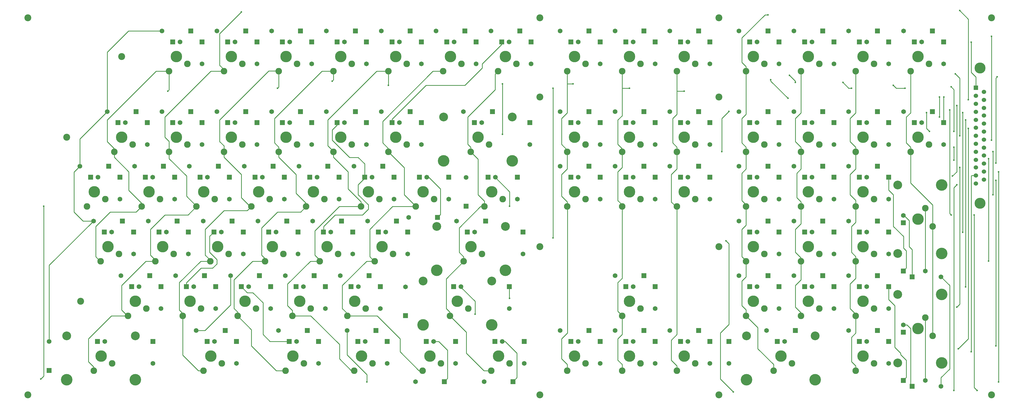
<source format=gbr>
G04 #@! TF.FileFunction,Copper,L2,Bot,Signal*
%FSLAX46Y46*%
G04 Gerber Fmt 4.6, Leading zero omitted, Abs format (unit mm)*
G04 Created by KiCad (PCBNEW 4.0.7) date 01/14/18 03:39:09*
%MOMM*%
%LPD*%
G01*
G04 APERTURE LIST*
%ADD10C,0.100000*%
%ADD11C,2.286000*%
%ADD12C,3.987800*%
%ADD13C,1.651000*%
%ADD14R,1.651000X1.651000*%
%ADD15C,4.000000*%
%ADD16C,3.050000*%
%ADD17C,3.810000*%
%ADD18R,1.524000X1.524000*%
%ADD19C,1.524000*%
%ADD20C,2.400000*%
%ADD21C,0.600000*%
%ADD22C,0.250000*%
G04 APERTURE END LIST*
D10*
D11*
X156960000Y-50080000D03*
X163310000Y-47540000D03*
D12*
X159500000Y-45000000D03*
D13*
X177500000Y-47540000D03*
D14*
X177500000Y-39920000D03*
D13*
X160770000Y-39920000D03*
D14*
X158230000Y-39920000D03*
X164500000Y-36110000D03*
D13*
X154500000Y-36110000D03*
D15*
X171400000Y-53240000D03*
D16*
X171400000Y-38000000D03*
D15*
X147600000Y-53240000D03*
D16*
X147600000Y-38000000D03*
D17*
X333500000Y-67995000D03*
X333500000Y-21005000D03*
D18*
X332103000Y-27863000D03*
D19*
X332103000Y-30657000D03*
X332103000Y-33451000D03*
X332103000Y-36245000D03*
X332103000Y-39039000D03*
X332103000Y-41706000D03*
X332103000Y-44500000D03*
X332103000Y-47294000D03*
X332103000Y-50088000D03*
X332103000Y-52882000D03*
X332103000Y-55549000D03*
X332103000Y-58343000D03*
X332103000Y-61137000D03*
X334897000Y-29260000D03*
X334897000Y-32054000D03*
X334897000Y-34848000D03*
X334897000Y-37515000D03*
X334897000Y-40309000D03*
X334897000Y-43103000D03*
X334897000Y-45897000D03*
X334897000Y-48691000D03*
X334897000Y-51358000D03*
X334897000Y-54152000D03*
X334897000Y-56946000D03*
X334897000Y-59740000D03*
D11*
X190460000Y-69080000D03*
X196810000Y-66540000D03*
D12*
X193000000Y-64000000D03*
D13*
X201890000Y-66540000D03*
D14*
X201890000Y-58920000D03*
D13*
X194270000Y-58920000D03*
D14*
X191730000Y-58920000D03*
X198000000Y-55110000D03*
D13*
X188000000Y-55110000D03*
D11*
X209460000Y-126080000D03*
X215810000Y-123540000D03*
D12*
X212000000Y-121000000D03*
D13*
X220890000Y-123540000D03*
D14*
X220890000Y-115920000D03*
D13*
X213270000Y-115920000D03*
D14*
X210730000Y-115920000D03*
X217000000Y-112110000D03*
D13*
X207000000Y-112110000D03*
D11*
X209460000Y-69080000D03*
X215810000Y-66540000D03*
D12*
X212000000Y-64000000D03*
D13*
X220890000Y-66540000D03*
D14*
X220890000Y-58920000D03*
D13*
X213270000Y-58920000D03*
D14*
X210730000Y-58920000D03*
X217000000Y-55110000D03*
D13*
X207000000Y-55110000D03*
D11*
X154585000Y-88080000D03*
X160935000Y-85540000D03*
D12*
X157125000Y-83000000D03*
D13*
X175125000Y-85540000D03*
D14*
X175125000Y-77920000D03*
D13*
X158395000Y-77920000D03*
D14*
X155855000Y-77920000D03*
X162125000Y-74110000D03*
D13*
X152125000Y-74110000D03*
D15*
X169025000Y-91240000D03*
D16*
X169025000Y-76000000D03*
D15*
X145225000Y-91240000D03*
D16*
X145225000Y-76000000D03*
D11*
X52460000Y-22080000D03*
X58810000Y-19540000D03*
D12*
X55000000Y-17000000D03*
D13*
X63890000Y-19540000D03*
D14*
X63890000Y-11920000D03*
D13*
X56270000Y-11920000D03*
D14*
X53730000Y-11920000D03*
X60000000Y-8110000D03*
D13*
X50000000Y-8110000D03*
D11*
X71460000Y-22080000D03*
X77810000Y-19540000D03*
D12*
X74000000Y-17000000D03*
D13*
X82890000Y-19540000D03*
D14*
X82890000Y-11920000D03*
D13*
X75270000Y-11920000D03*
D14*
X72730000Y-11920000D03*
X79000000Y-8110000D03*
D13*
X69000000Y-8110000D03*
D11*
X90460000Y-22080000D03*
X96810000Y-19540000D03*
D12*
X93000000Y-17000000D03*
D13*
X101890000Y-19540000D03*
D14*
X101890000Y-11920000D03*
D13*
X94270000Y-11920000D03*
D14*
X91730000Y-11920000D03*
X98000000Y-8110000D03*
D13*
X88000000Y-8110000D03*
D11*
X109460000Y-22080000D03*
X115810000Y-19540000D03*
D12*
X112000000Y-17000000D03*
D13*
X120890000Y-19540000D03*
D14*
X120890000Y-11920000D03*
D13*
X113270000Y-11920000D03*
D14*
X110730000Y-11920000D03*
X117000000Y-8110000D03*
D13*
X107000000Y-8110000D03*
D11*
X128460000Y-22080000D03*
X134810000Y-19540000D03*
D12*
X131000000Y-17000000D03*
D13*
X139890000Y-19540000D03*
D14*
X139890000Y-11920000D03*
D13*
X132270000Y-11920000D03*
D14*
X129730000Y-11920000D03*
X136000000Y-8110000D03*
D13*
X126000000Y-8110000D03*
D11*
X147460000Y-22080000D03*
X153810000Y-19540000D03*
D12*
X150000000Y-17000000D03*
D13*
X158890000Y-19540000D03*
D14*
X158890000Y-11920000D03*
D13*
X151270000Y-11920000D03*
D14*
X148730000Y-11920000D03*
X155000000Y-8110000D03*
D13*
X145000000Y-8110000D03*
D11*
X166460000Y-22080000D03*
X172810000Y-19540000D03*
D12*
X169000000Y-17000000D03*
D13*
X177890000Y-19540000D03*
D14*
X177890000Y-11920000D03*
D13*
X170270000Y-11920000D03*
D14*
X167730000Y-11920000D03*
X174000000Y-8110000D03*
D13*
X164000000Y-8110000D03*
D11*
X209460000Y-50080000D03*
X215810000Y-47540000D03*
D12*
X212000000Y-45000000D03*
D13*
X220890000Y-47540000D03*
D14*
X220890000Y-39920000D03*
D13*
X213270000Y-39920000D03*
D14*
X210730000Y-39920000D03*
X217000000Y-36110000D03*
D13*
X207000000Y-36110000D03*
D11*
X190460000Y-50080000D03*
X196810000Y-47540000D03*
D12*
X193000000Y-45000000D03*
D13*
X201890000Y-47540000D03*
D14*
X201890000Y-39920000D03*
D13*
X194270000Y-39920000D03*
D14*
X191730000Y-39920000D03*
X198000000Y-36110000D03*
D13*
X188000000Y-36110000D03*
D11*
X90460000Y-50080000D03*
X96810000Y-47540000D03*
D12*
X93000000Y-45000000D03*
D13*
X101890000Y-47540000D03*
D14*
X101890000Y-39920000D03*
D13*
X94270000Y-39920000D03*
D14*
X91730000Y-39920000D03*
X98000000Y-36110000D03*
D13*
X88000000Y-36110000D03*
D11*
X33460000Y-50080000D03*
X39810000Y-47540000D03*
D12*
X36000000Y-45000000D03*
D13*
X44890000Y-47540000D03*
D14*
X44890000Y-39920000D03*
D13*
X37270000Y-39920000D03*
D14*
X34730000Y-39920000D03*
X41000000Y-36110000D03*
D13*
X31000000Y-36110000D03*
D11*
X52460000Y-50080000D03*
X58810000Y-47540000D03*
D12*
X55000000Y-45000000D03*
D13*
X63890000Y-47540000D03*
D14*
X63890000Y-39920000D03*
D13*
X56270000Y-39920000D03*
D14*
X53730000Y-39920000D03*
X60000000Y-36110000D03*
D13*
X50000000Y-36110000D03*
D11*
X71460000Y-50080000D03*
X77810000Y-47540000D03*
D12*
X74000000Y-45000000D03*
D13*
X82890000Y-47540000D03*
D14*
X82890000Y-39920000D03*
D13*
X75270000Y-39920000D03*
D14*
X72730000Y-39920000D03*
X79000000Y-36110000D03*
D13*
X69000000Y-36110000D03*
D11*
X161710000Y-69080000D03*
X168060000Y-66540000D03*
D12*
X164250000Y-64000000D03*
D13*
X173140000Y-66540000D03*
D14*
X173140000Y-58920000D03*
D13*
X165520000Y-58920000D03*
D14*
X162980000Y-58920000D03*
X155360000Y-69000000D03*
D13*
X155360000Y-59000000D03*
D11*
X76210000Y-107080000D03*
X82560000Y-104540000D03*
D12*
X78750000Y-102000000D03*
D13*
X87640000Y-104540000D03*
D14*
X87640000Y-96920000D03*
D13*
X80020000Y-96920000D03*
D14*
X77480000Y-96920000D03*
X83750000Y-93110000D03*
D13*
X73750000Y-93110000D03*
D11*
X128460000Y-50080000D03*
X134810000Y-47540000D03*
D12*
X131000000Y-45000000D03*
D13*
X139890000Y-47540000D03*
D14*
X139890000Y-39920000D03*
D13*
X132270000Y-39920000D03*
D14*
X129730000Y-39920000D03*
X136000000Y-36110000D03*
D13*
X126000000Y-36110000D03*
D11*
X114210000Y-107080000D03*
X120560000Y-104540000D03*
D12*
X116750000Y-102000000D03*
D13*
X125640000Y-104540000D03*
D14*
X125640000Y-96920000D03*
D13*
X118020000Y-96920000D03*
D14*
X115480000Y-96920000D03*
X121750000Y-93110000D03*
D13*
X111750000Y-93110000D03*
D11*
X28710000Y-88080000D03*
X35060000Y-85540000D03*
D12*
X31250000Y-83000000D03*
D13*
X40140000Y-85540000D03*
D14*
X40140000Y-77920000D03*
D13*
X32520000Y-77920000D03*
D14*
X29980000Y-77920000D03*
X36250000Y-74110000D03*
D13*
X26250000Y-74110000D03*
D11*
X61960000Y-69080000D03*
X68310000Y-66540000D03*
D12*
X64500000Y-64000000D03*
D13*
X73390000Y-66540000D03*
D14*
X73390000Y-58920000D03*
D13*
X65770000Y-58920000D03*
D14*
X63230000Y-58920000D03*
X69500000Y-55110000D03*
D13*
X59500000Y-55110000D03*
D11*
X47710000Y-88080000D03*
X54060000Y-85540000D03*
D12*
X50250000Y-83000000D03*
D13*
X59140000Y-85540000D03*
D14*
X59140000Y-77920000D03*
D13*
X51520000Y-77920000D03*
D14*
X48980000Y-77920000D03*
X55250000Y-74110000D03*
D13*
X45250000Y-74110000D03*
D11*
X66710000Y-88080000D03*
X73060000Y-85540000D03*
D12*
X69250000Y-83000000D03*
D13*
X78140000Y-85540000D03*
D14*
X78140000Y-77920000D03*
D13*
X70520000Y-77920000D03*
D14*
X67980000Y-77920000D03*
X74250000Y-74110000D03*
D13*
X64250000Y-74110000D03*
D11*
X85710000Y-88080000D03*
X92060000Y-85540000D03*
D12*
X88250000Y-83000000D03*
D13*
X97140000Y-85540000D03*
D14*
X97140000Y-77920000D03*
D13*
X89520000Y-77920000D03*
D14*
X86980000Y-77920000D03*
X93250000Y-74110000D03*
D13*
X83250000Y-74110000D03*
D11*
X118960000Y-69080000D03*
X125310000Y-66540000D03*
D12*
X121500000Y-64000000D03*
D13*
X130390000Y-66540000D03*
D14*
X130390000Y-58920000D03*
D13*
X122770000Y-58920000D03*
D14*
X120230000Y-58920000D03*
X126500000Y-55110000D03*
D13*
X116500000Y-55110000D03*
D11*
X57210000Y-107080000D03*
X63560000Y-104540000D03*
D12*
X59750000Y-102000000D03*
D13*
X68640000Y-104540000D03*
D14*
X68640000Y-96920000D03*
D13*
X61020000Y-96920000D03*
D14*
X58480000Y-96920000D03*
X64750000Y-93110000D03*
D13*
X54750000Y-93110000D03*
D11*
X109460000Y-50080000D03*
X115810000Y-47540000D03*
D12*
X112000000Y-45000000D03*
D13*
X120890000Y-47540000D03*
D14*
X120890000Y-39920000D03*
D13*
X113270000Y-39920000D03*
D14*
X110730000Y-39920000D03*
X117000000Y-36110000D03*
D13*
X107000000Y-36110000D03*
D11*
X38210000Y-107080000D03*
X44560000Y-104540000D03*
D12*
X40750000Y-102000000D03*
D13*
X49640000Y-104540000D03*
D14*
X49640000Y-96920000D03*
D13*
X42020000Y-96920000D03*
D14*
X39480000Y-96920000D03*
X45750000Y-93110000D03*
D13*
X35750000Y-93110000D03*
D11*
X80960000Y-69080000D03*
X87310000Y-66540000D03*
D12*
X83500000Y-64000000D03*
D13*
X92390000Y-66540000D03*
D14*
X92390000Y-58920000D03*
D13*
X84770000Y-58920000D03*
D14*
X82230000Y-58920000D03*
X88500000Y-55110000D03*
D13*
X78500000Y-55110000D03*
D11*
X99960000Y-69080000D03*
X106310000Y-66540000D03*
D12*
X102500000Y-64000000D03*
D13*
X111390000Y-66540000D03*
D14*
X111390000Y-58920000D03*
D13*
X103770000Y-58920000D03*
D14*
X101230000Y-58920000D03*
X107500000Y-55110000D03*
D13*
X97500000Y-55110000D03*
D11*
X95210000Y-107080000D03*
X101560000Y-104540000D03*
D12*
X97750000Y-102000000D03*
D13*
X106640000Y-104540000D03*
D14*
X106640000Y-96920000D03*
D13*
X99020000Y-96920000D03*
D14*
X96480000Y-96920000D03*
X102750000Y-93110000D03*
D13*
X92750000Y-93110000D03*
D11*
X123710000Y-88080000D03*
X130060000Y-85540000D03*
D12*
X126250000Y-83000000D03*
D13*
X135140000Y-85540000D03*
D14*
X135140000Y-77920000D03*
D13*
X127520000Y-77920000D03*
D14*
X124980000Y-77920000D03*
X131250000Y-74110000D03*
D13*
X121250000Y-74110000D03*
D11*
X137960000Y-69080000D03*
X144310000Y-66540000D03*
D12*
X140500000Y-64000000D03*
D13*
X149390000Y-66540000D03*
D14*
X149390000Y-58920000D03*
D13*
X141770000Y-58920000D03*
D14*
X139230000Y-58920000D03*
X145500000Y-72890000D03*
D13*
X135500000Y-72890000D03*
D11*
X104710000Y-88080000D03*
X111060000Y-85540000D03*
D12*
X107250000Y-83000000D03*
D13*
X116140000Y-85540000D03*
D14*
X116140000Y-77920000D03*
D13*
X108520000Y-77920000D03*
D14*
X105980000Y-77920000D03*
X112250000Y-74110000D03*
D13*
X102250000Y-74110000D03*
D11*
X42960000Y-69080000D03*
X49310000Y-66540000D03*
D12*
X45500000Y-64000000D03*
D13*
X54390000Y-66540000D03*
D14*
X54390000Y-58920000D03*
D13*
X46770000Y-58920000D03*
D14*
X44230000Y-58920000D03*
X50500000Y-55110000D03*
D13*
X40500000Y-55110000D03*
D11*
X23960000Y-69080000D03*
X30310000Y-66540000D03*
D12*
X26500000Y-64000000D03*
D13*
X35390000Y-66540000D03*
D14*
X35390000Y-58920000D03*
D13*
X27770000Y-58920000D03*
D14*
X25230000Y-58920000D03*
X31500000Y-55110000D03*
D13*
X21500000Y-55110000D03*
D11*
X190460000Y-126080000D03*
X196810000Y-123540000D03*
D12*
X193000000Y-121000000D03*
D13*
X201890000Y-123540000D03*
D14*
X201890000Y-115920000D03*
D13*
X194270000Y-115920000D03*
D14*
X191730000Y-115920000D03*
X198000000Y-112110000D03*
D13*
X188000000Y-112110000D03*
D11*
X252460000Y-22080000D03*
X258810000Y-19540000D03*
D12*
X255000000Y-17000000D03*
D13*
X263890000Y-19540000D03*
D14*
X263890000Y-11920000D03*
D13*
X256270000Y-11920000D03*
D14*
X253730000Y-11920000D03*
X260000000Y-8110000D03*
D13*
X250000000Y-8110000D03*
D11*
X271460000Y-22080000D03*
X277810000Y-19540000D03*
D12*
X274000000Y-17000000D03*
D13*
X282890000Y-19540000D03*
D14*
X282890000Y-11920000D03*
D13*
X275270000Y-11920000D03*
D14*
X272730000Y-11920000D03*
X279000000Y-8110000D03*
D13*
X269000000Y-8110000D03*
D11*
X290460000Y-22080000D03*
X296810000Y-19540000D03*
D12*
X293000000Y-17000000D03*
D13*
X301890000Y-19540000D03*
D14*
X301890000Y-11920000D03*
D13*
X294270000Y-11920000D03*
D14*
X291730000Y-11920000D03*
X298000000Y-8110000D03*
D13*
X288000000Y-8110000D03*
D11*
X309460000Y-22080000D03*
X315810000Y-19540000D03*
D12*
X312000000Y-17000000D03*
D13*
X320890000Y-19540000D03*
D14*
X320890000Y-11920000D03*
D13*
X313270000Y-11920000D03*
D14*
X310730000Y-11920000D03*
X317000000Y-8110000D03*
D13*
X307000000Y-8110000D03*
D11*
X261960000Y-126080000D03*
X268310000Y-123540000D03*
D12*
X264500000Y-121000000D03*
D13*
X246500000Y-123540000D03*
D14*
X246500000Y-115920000D03*
D13*
X265770000Y-115920000D03*
D14*
X263230000Y-115920000D03*
X269500000Y-112110000D03*
D13*
X259500000Y-112110000D03*
D15*
X276400000Y-129240000D03*
D16*
X276400000Y-114000000D03*
D15*
X252600000Y-129240000D03*
D16*
X252600000Y-114000000D03*
D11*
X252460000Y-107080000D03*
X258810000Y-104540000D03*
D12*
X255000000Y-102000000D03*
D13*
X263890000Y-104540000D03*
D14*
X263890000Y-96920000D03*
D13*
X256270000Y-96920000D03*
D14*
X253730000Y-96920000D03*
X260000000Y-93110000D03*
D13*
X250000000Y-93110000D03*
D11*
X271460000Y-107080000D03*
X277810000Y-104540000D03*
D12*
X274000000Y-102000000D03*
D13*
X282890000Y-104540000D03*
D14*
X282890000Y-96920000D03*
D13*
X275270000Y-96920000D03*
D14*
X272730000Y-96920000D03*
X279000000Y-93110000D03*
D13*
X269000000Y-93110000D03*
D11*
X290460000Y-107080000D03*
X296810000Y-104540000D03*
D12*
X293000000Y-102000000D03*
D13*
X301890000Y-104540000D03*
D14*
X301890000Y-96920000D03*
D13*
X294270000Y-96920000D03*
D14*
X291730000Y-96920000D03*
X298000000Y-93110000D03*
D13*
X288000000Y-93110000D03*
D11*
X252460000Y-88080000D03*
X258810000Y-85540000D03*
D12*
X255000000Y-83000000D03*
D13*
X263890000Y-85540000D03*
D14*
X263890000Y-77920000D03*
D13*
X256270000Y-77920000D03*
D14*
X253730000Y-77920000D03*
X260000000Y-74110000D03*
D13*
X250000000Y-74110000D03*
D11*
X271460000Y-88080000D03*
X277810000Y-85540000D03*
D12*
X274000000Y-83000000D03*
D13*
X282890000Y-85540000D03*
D14*
X282890000Y-77920000D03*
D13*
X275270000Y-77920000D03*
D14*
X272730000Y-77920000D03*
X279000000Y-74110000D03*
D13*
X269000000Y-74110000D03*
D11*
X290460000Y-88080000D03*
X296810000Y-85540000D03*
D12*
X293000000Y-83000000D03*
D13*
X301890000Y-85540000D03*
D14*
X301890000Y-77920000D03*
D13*
X294270000Y-77920000D03*
D14*
X291730000Y-77920000D03*
X298000000Y-74110000D03*
D13*
X288000000Y-74110000D03*
D11*
X252460000Y-69080000D03*
X258810000Y-66540000D03*
D12*
X255000000Y-64000000D03*
D13*
X263890000Y-66540000D03*
D14*
X263890000Y-58920000D03*
D13*
X256270000Y-58920000D03*
D14*
X253730000Y-58920000D03*
X260000000Y-55110000D03*
D13*
X250000000Y-55110000D03*
D11*
X271460000Y-69080000D03*
X277810000Y-66540000D03*
D12*
X274000000Y-64000000D03*
D13*
X282890000Y-66540000D03*
D14*
X282890000Y-58920000D03*
D13*
X275270000Y-58920000D03*
D14*
X272730000Y-58920000D03*
X279000000Y-55110000D03*
D13*
X269000000Y-55110000D03*
D11*
X290460000Y-69080000D03*
X296810000Y-66540000D03*
D12*
X293000000Y-64000000D03*
D13*
X301890000Y-66540000D03*
D14*
X301890000Y-58920000D03*
D13*
X294270000Y-58920000D03*
D14*
X291730000Y-58920000D03*
X298000000Y-55110000D03*
D13*
X288000000Y-55110000D03*
D11*
X290460000Y-50080000D03*
X296810000Y-47540000D03*
D12*
X293000000Y-45000000D03*
D13*
X301890000Y-47540000D03*
D14*
X301890000Y-39920000D03*
D13*
X294270000Y-39920000D03*
D14*
X291730000Y-39920000D03*
X298000000Y-36110000D03*
D13*
X288000000Y-36110000D03*
D11*
X317080000Y-114040000D03*
X314540000Y-107690000D03*
D12*
X312000000Y-111500000D03*
D13*
X314540000Y-129500000D03*
D14*
X306920000Y-129500000D03*
D13*
X306920000Y-110230000D03*
D14*
X306920000Y-112770000D03*
X310000000Y-131500000D03*
D13*
X320000000Y-131500000D03*
D15*
X320240000Y-99600000D03*
D16*
X305000000Y-99600000D03*
D15*
X320240000Y-123400000D03*
D16*
X305000000Y-123400000D03*
D11*
X252460000Y-50080000D03*
X258810000Y-47540000D03*
D12*
X255000000Y-45000000D03*
D13*
X263890000Y-47540000D03*
D14*
X263890000Y-39920000D03*
D13*
X256270000Y-39920000D03*
D14*
X253730000Y-39920000D03*
X260000000Y-36110000D03*
D13*
X250000000Y-36110000D03*
D11*
X309460000Y-50080000D03*
X315810000Y-47540000D03*
D12*
X312000000Y-45000000D03*
D13*
X320890000Y-47540000D03*
D14*
X320890000Y-39920000D03*
D13*
X313270000Y-39920000D03*
D14*
X310730000Y-39920000D03*
X317000000Y-36110000D03*
D13*
X307000000Y-36110000D03*
D11*
X290460000Y-126080000D03*
X296810000Y-123540000D03*
D12*
X293000000Y-121000000D03*
D13*
X301890000Y-123540000D03*
D14*
X301890000Y-115920000D03*
D13*
X294270000Y-115920000D03*
D14*
X291730000Y-115920000D03*
X298000000Y-112110000D03*
D13*
X288000000Y-112110000D03*
D11*
X317080000Y-76040000D03*
X314540000Y-69690000D03*
D12*
X312000000Y-73500000D03*
D13*
X314540000Y-91500000D03*
D14*
X306920000Y-91500000D03*
D13*
X306920000Y-72230000D03*
D14*
X306920000Y-74770000D03*
X310000000Y-93500000D03*
D13*
X320000000Y-93500000D03*
D15*
X320240000Y-61600000D03*
D16*
X305000000Y-61600000D03*
D15*
X320240000Y-85400000D03*
D16*
X305000000Y-85400000D03*
D11*
X271460000Y-50080000D03*
X277810000Y-47540000D03*
D12*
X274000000Y-45000000D03*
D13*
X282890000Y-47540000D03*
D14*
X282890000Y-39920000D03*
D13*
X275270000Y-39920000D03*
D14*
X272730000Y-39920000D03*
X279000000Y-36110000D03*
D13*
X269000000Y-36110000D03*
D11*
X228460000Y-69080000D03*
X234810000Y-66540000D03*
D12*
X231000000Y-64000000D03*
D13*
X239890000Y-66540000D03*
D14*
X239890000Y-58920000D03*
D13*
X232270000Y-58920000D03*
D14*
X229730000Y-58920000D03*
X236000000Y-55110000D03*
D13*
X226000000Y-55110000D03*
D11*
X228460000Y-50080000D03*
X234810000Y-47540000D03*
D12*
X231000000Y-45000000D03*
D13*
X239890000Y-47540000D03*
D14*
X239890000Y-39920000D03*
D13*
X232270000Y-39920000D03*
D14*
X229730000Y-39920000D03*
X236000000Y-36110000D03*
D13*
X226000000Y-36110000D03*
D11*
X228460000Y-22080000D03*
X234810000Y-19540000D03*
D12*
X231000000Y-17000000D03*
D13*
X239890000Y-19540000D03*
D14*
X239890000Y-11920000D03*
D13*
X232270000Y-11920000D03*
D14*
X229730000Y-11920000D03*
X236000000Y-8110000D03*
D13*
X226000000Y-8110000D03*
D11*
X190460000Y-22080000D03*
X196810000Y-19540000D03*
D12*
X193000000Y-17000000D03*
D13*
X201890000Y-19540000D03*
D14*
X201890000Y-11920000D03*
D13*
X194270000Y-11920000D03*
D14*
X191730000Y-11920000D03*
X198000000Y-8110000D03*
D13*
X188000000Y-8110000D03*
D11*
X228460000Y-126080000D03*
X234810000Y-123540000D03*
D12*
X231000000Y-121000000D03*
D13*
X239890000Y-123540000D03*
D14*
X239890000Y-115920000D03*
D13*
X232270000Y-115920000D03*
D14*
X229730000Y-115920000D03*
X236000000Y-112110000D03*
D13*
X226000000Y-112110000D03*
D11*
X92835000Y-126080000D03*
X99185000Y-123540000D03*
D12*
X95375000Y-121000000D03*
D13*
X104265000Y-123540000D03*
D14*
X104265000Y-115920000D03*
D13*
X96645000Y-115920000D03*
D14*
X94105000Y-115920000D03*
X100375000Y-112110000D03*
D13*
X90375000Y-112110000D03*
D11*
X164085000Y-126080000D03*
X170435000Y-123540000D03*
D12*
X166625000Y-121000000D03*
D13*
X175515000Y-123540000D03*
D14*
X175515000Y-115920000D03*
D13*
X167895000Y-115920000D03*
D14*
X165355000Y-115920000D03*
X171625000Y-129890000D03*
D13*
X161625000Y-129890000D03*
D11*
X64335000Y-126080000D03*
X70685000Y-123540000D03*
D12*
X66875000Y-121000000D03*
D13*
X75765000Y-123540000D03*
D14*
X75765000Y-115920000D03*
D13*
X68145000Y-115920000D03*
D14*
X65605000Y-115920000D03*
X71875000Y-112110000D03*
D13*
X61875000Y-112110000D03*
D11*
X140335000Y-126080000D03*
X146685000Y-123540000D03*
D12*
X142875000Y-121000000D03*
D13*
X151765000Y-123540000D03*
D14*
X151765000Y-115920000D03*
D13*
X144145000Y-115920000D03*
D14*
X141605000Y-115920000D03*
X147875000Y-129890000D03*
D13*
X137875000Y-129890000D03*
D11*
X149835000Y-107080000D03*
X156185000Y-104540000D03*
D12*
X152375000Y-102000000D03*
D13*
X170375000Y-104540000D03*
D14*
X170375000Y-96920000D03*
D13*
X153645000Y-96920000D03*
D14*
X151105000Y-96920000D03*
X134375000Y-107000000D03*
D13*
X134375000Y-97000000D03*
D15*
X164275000Y-110240000D03*
D16*
X164275000Y-95000000D03*
D15*
X140475000Y-110240000D03*
D16*
X140475000Y-95000000D03*
D11*
X26335000Y-126080000D03*
X32685000Y-123540000D03*
D12*
X28875000Y-121000000D03*
D13*
X46875000Y-123540000D03*
D14*
X46875000Y-115920000D03*
D13*
X30145000Y-115920000D03*
D14*
X27605000Y-115920000D03*
X10875000Y-126000000D03*
D13*
X10875000Y-116000000D03*
D15*
X40775000Y-129240000D03*
D16*
X40775000Y-114000000D03*
D15*
X16975000Y-129240000D03*
D16*
X16975000Y-114000000D03*
D11*
X116585000Y-126080000D03*
X122935000Y-123540000D03*
D12*
X119125000Y-121000000D03*
D13*
X128015000Y-123540000D03*
D14*
X128015000Y-115920000D03*
D13*
X120395000Y-115920000D03*
D14*
X117855000Y-115920000D03*
X124125000Y-112110000D03*
D13*
X114125000Y-112110000D03*
D11*
X209460000Y-22080000D03*
X215810000Y-19540000D03*
D12*
X212000000Y-17000000D03*
D13*
X220890000Y-19540000D03*
D14*
X220890000Y-11920000D03*
D13*
X213270000Y-11920000D03*
D14*
X210730000Y-11920000D03*
X217000000Y-8110000D03*
D13*
X207000000Y-8110000D03*
D11*
X209460000Y-107080000D03*
X215810000Y-104540000D03*
D12*
X212000000Y-102000000D03*
D13*
X220890000Y-104540000D03*
D14*
X220890000Y-96920000D03*
D13*
X213270000Y-96920000D03*
D14*
X210730000Y-96920000D03*
X217000000Y-93110000D03*
D13*
X207000000Y-93110000D03*
D20*
X3500000Y-3500000D03*
X3500000Y-134500000D03*
X337500000Y-3500000D03*
X337500000Y-134500000D03*
X36000000Y-17000000D03*
X17000000Y-45000000D03*
X21750000Y-102000000D03*
X181000000Y-3500000D03*
X243000000Y-3500000D03*
X181000000Y-31000000D03*
X243000000Y-31000000D03*
X181000000Y-83000000D03*
X243000000Y-83000000D03*
X181000000Y-134500000D03*
X243000000Y-134500000D03*
D21*
X337500000Y-46000000D03*
X337500000Y-10000000D03*
X260000000Y-2500000D03*
X339000000Y-117500000D03*
X339000000Y-60000000D03*
X340000000Y-130000000D03*
X340000000Y-57000000D03*
X121000000Y-130000000D03*
X330500000Y-12000000D03*
X321000000Y-31000000D03*
X325500000Y-34000000D03*
X324000000Y-58500000D03*
X327500000Y-36500000D03*
X327500000Y-78000000D03*
X328500000Y-39000000D03*
X328500000Y-97000000D03*
X329500000Y-42000000D03*
X326000000Y-118500000D03*
X326500000Y-44500000D03*
X325000000Y-23000000D03*
X338000000Y-50000000D03*
X338000000Y-65000000D03*
X336500000Y-52500000D03*
X336500000Y-88000000D03*
X326500000Y-55500000D03*
X325500000Y-104000000D03*
X170500000Y-101000000D03*
X330500000Y-119500000D03*
X9000000Y-69000000D03*
X8000000Y-129000000D03*
X324500000Y-133000000D03*
X325500000Y-61500000D03*
X52000000Y-29000000D03*
X329500000Y-32000000D03*
X326500000Y-1000000D03*
X77500000Y-1500000D03*
X323000000Y-35500000D03*
X323500000Y-72000000D03*
X331500000Y-72000000D03*
X332500000Y-133000000D03*
X248000000Y-133500000D03*
X245500000Y-81000000D03*
X185500000Y-80000000D03*
X185500000Y-28000000D03*
X90000000Y-28000000D03*
X109000000Y-25500000D03*
X261000000Y-25000000D03*
X267000000Y-31500000D03*
X319500000Y-31000000D03*
X319500000Y-38000000D03*
X128500000Y-27000000D03*
X168000000Y-26500000D03*
X168000000Y-44000000D03*
X244000000Y-50000000D03*
X246500000Y-36000000D03*
X315000000Y-36500000D03*
X316000000Y-43000000D03*
X324500000Y-43000000D03*
X323500000Y-27500000D03*
X307500000Y-28000000D03*
X303500000Y-27000000D03*
X289000000Y-28000000D03*
X286000000Y-26000000D03*
X269500000Y-26000000D03*
X267500000Y-23500000D03*
X324500000Y-48500000D03*
X324500000Y-53000000D03*
X192500000Y-26500000D03*
X212000000Y-28000000D03*
X339000000Y-54000000D03*
X339500000Y-24000000D03*
X231000000Y-29000000D03*
X170500000Y-69000000D03*
X158500000Y-106500000D03*
D22*
X252460000Y-22080000D02*
X252460000Y-20460000D01*
X337500000Y-10000000D02*
X337500000Y-46000000D01*
X259000000Y-2500000D02*
X260000000Y-2500000D01*
X251000000Y-10500000D02*
X259000000Y-2500000D01*
X251000000Y-19000000D02*
X251000000Y-10500000D01*
X252460000Y-20460000D02*
X251000000Y-19000000D01*
X164085000Y-126080000D02*
X161580000Y-126080000D01*
X155500000Y-112745000D02*
X149835000Y-107080000D01*
X155500000Y-120000000D02*
X155500000Y-112745000D01*
X161580000Y-126080000D02*
X155500000Y-120000000D01*
X149835000Y-107080000D02*
X149835000Y-105835000D01*
X148500000Y-94165000D02*
X154585000Y-88080000D01*
X148500000Y-104500000D02*
X148500000Y-94165000D01*
X149835000Y-105835000D02*
X148500000Y-104500000D01*
X154585000Y-88080000D02*
X154585000Y-86585000D01*
X160420000Y-69080000D02*
X161710000Y-69080000D01*
X153000000Y-76500000D02*
X160420000Y-69080000D01*
X153000000Y-85000000D02*
X153000000Y-76500000D01*
X154585000Y-86585000D02*
X153000000Y-85000000D01*
X161710000Y-69080000D02*
X161710000Y-67210000D01*
X159500000Y-52620000D02*
X156960000Y-50080000D01*
X159500000Y-65000000D02*
X159500000Y-52620000D01*
X161710000Y-67210000D02*
X159500000Y-65000000D01*
X156960000Y-50080000D02*
X156960000Y-48460000D01*
X165500000Y-23040000D02*
X166460000Y-22080000D01*
X165500000Y-28500000D02*
X165500000Y-23040000D01*
X156000000Y-38000000D02*
X165500000Y-28500000D01*
X156000000Y-47500000D02*
X156000000Y-38000000D01*
X156960000Y-48460000D02*
X156000000Y-47500000D01*
X252460000Y-50080000D02*
X252460000Y-48460000D01*
X252460000Y-37040000D02*
X252460000Y-22080000D01*
X251000000Y-38500000D02*
X252460000Y-37040000D01*
X251000000Y-47000000D02*
X251000000Y-38500000D01*
X252460000Y-48460000D02*
X251000000Y-47000000D01*
X252460000Y-69080000D02*
X252460000Y-68460000D01*
X252460000Y-68460000D02*
X251000000Y-67000000D01*
X252460000Y-56040000D02*
X252460000Y-50080000D01*
X251000000Y-57500000D02*
X252460000Y-56040000D01*
X251000000Y-67000000D02*
X251000000Y-57500000D01*
X252460000Y-88080000D02*
X252460000Y-87960000D01*
X252460000Y-87960000D02*
X251000000Y-86500000D01*
X252460000Y-75540000D02*
X252460000Y-69080000D01*
X251000000Y-77000000D02*
X252460000Y-75540000D01*
X251000000Y-86500000D02*
X251000000Y-77000000D01*
X252460000Y-107080000D02*
X252460000Y-104960000D01*
X252460000Y-93540000D02*
X252460000Y-88080000D01*
X251000000Y-95000000D02*
X252460000Y-93540000D01*
X251000000Y-103500000D02*
X251000000Y-95000000D01*
X252460000Y-104960000D02*
X251000000Y-103500000D01*
X261960000Y-126080000D02*
X261960000Y-123960000D01*
X256500000Y-111120000D02*
X252460000Y-107080000D01*
X256500000Y-118500000D02*
X256500000Y-111120000D01*
X261960000Y-123960000D02*
X256500000Y-118500000D01*
X58480000Y-96920000D02*
X58480000Y-95520000D01*
X66500000Y-79400000D02*
X67980000Y-77920000D01*
X66500000Y-85000000D02*
X66500000Y-79400000D01*
X69000000Y-87500000D02*
X66500000Y-85000000D01*
X69000000Y-89000000D02*
X69000000Y-87500000D01*
X67500000Y-90500000D02*
X69000000Y-89000000D01*
X63500000Y-90500000D02*
X67500000Y-90500000D01*
X58480000Y-95520000D02*
X63500000Y-90500000D01*
X94105000Y-115920000D02*
X87420000Y-115920000D01*
X79560000Y-99000000D02*
X77480000Y-96920000D01*
X81500000Y-99000000D02*
X79560000Y-99000000D01*
X85000000Y-102500000D02*
X81500000Y-99000000D01*
X85000000Y-113500000D02*
X85000000Y-102500000D01*
X87420000Y-115920000D02*
X85000000Y-113500000D01*
X339000000Y-62500000D02*
X339000000Y-117500000D01*
X339000000Y-60000000D02*
X339000000Y-62500000D01*
X120230000Y-58920000D02*
X120230000Y-59270000D01*
X120230000Y-59270000D02*
X118000000Y-61500000D01*
X106000000Y-76000000D02*
X106000000Y-77900000D01*
X110000000Y-72000000D02*
X106000000Y-76000000D01*
X119500000Y-72000000D02*
X110000000Y-72000000D01*
X121500000Y-70000000D02*
X119500000Y-72000000D01*
X121500000Y-68500000D02*
X121500000Y-70000000D01*
X118000000Y-65000000D02*
X121500000Y-68500000D01*
X118000000Y-61500000D02*
X118000000Y-65000000D01*
X106000000Y-77900000D02*
X105980000Y-77920000D01*
X110730000Y-39920000D02*
X110730000Y-40770000D01*
X120230000Y-54230000D02*
X120230000Y-58920000D01*
X118000000Y-52000000D02*
X120230000Y-54230000D01*
X115000000Y-52000000D02*
X118000000Y-52000000D01*
X109000000Y-46000000D02*
X115000000Y-52000000D01*
X109000000Y-42500000D02*
X109000000Y-46000000D01*
X110730000Y-40770000D02*
X109000000Y-42500000D01*
X167730000Y-11920000D02*
X167730000Y-12770000D01*
X129730000Y-38770000D02*
X129730000Y-39920000D01*
X141500000Y-27000000D02*
X129730000Y-38770000D01*
X155000000Y-27000000D02*
X141500000Y-27000000D01*
X161000000Y-21000000D02*
X155000000Y-27000000D01*
X161000000Y-19500000D02*
X161000000Y-21000000D01*
X167730000Y-12770000D02*
X161000000Y-19500000D01*
X340000000Y-57000000D02*
X340000000Y-130000000D01*
X61875000Y-112110000D02*
X64890000Y-112110000D01*
X73750000Y-103250000D02*
X73750000Y-93110000D01*
X64890000Y-112110000D02*
X73750000Y-103250000D01*
X10875000Y-116000000D02*
X10875000Y-89485000D01*
X10875000Y-89485000D02*
X26250000Y-74110000D01*
X26250000Y-74110000D02*
X22610000Y-74110000D01*
X22610000Y-74110000D02*
X19500000Y-71000000D01*
X19500000Y-71000000D02*
X19500000Y-57110000D01*
X19500000Y-57110000D02*
X21500000Y-55110000D01*
X21500000Y-55110000D02*
X21500000Y-45610000D01*
X21500000Y-45610000D02*
X31000000Y-36110000D01*
X31000000Y-36110000D02*
X31000000Y-15500000D01*
X31000000Y-15500000D02*
X38390000Y-8110000D01*
X38390000Y-8110000D02*
X50000000Y-8110000D01*
X320000000Y-93500000D02*
X323000000Y-96500000D01*
X320000000Y-128500000D02*
X320000000Y-131500000D01*
X323000000Y-125500000D02*
X320000000Y-128500000D01*
X323000000Y-96500000D02*
X323000000Y-125500000D01*
X114125000Y-112110000D02*
X114125000Y-120625000D01*
X121000000Y-127500000D02*
X121000000Y-130000000D01*
X114125000Y-120625000D02*
X121000000Y-127500000D01*
X332103000Y-27863000D02*
X332103000Y-24103000D01*
X330500000Y-22500000D02*
X330500000Y-12000000D01*
X332103000Y-24103000D02*
X330500000Y-22500000D01*
X320890000Y-39920000D02*
X320890000Y-31110000D01*
X320890000Y-31110000D02*
X321000000Y-31000000D01*
X325500000Y-57000000D02*
X325500000Y-34000000D01*
X324000000Y-58500000D02*
X325500000Y-57000000D01*
X301890000Y-58920000D02*
X301890000Y-63390000D01*
X308000000Y-90420000D02*
X306920000Y-91500000D01*
X308000000Y-84500000D02*
X308000000Y-90420000D01*
X307000000Y-83500000D02*
X308000000Y-84500000D01*
X307000000Y-79500000D02*
X307000000Y-83500000D01*
X303500000Y-76000000D02*
X307000000Y-79500000D01*
X303500000Y-65000000D02*
X303500000Y-76000000D01*
X301890000Y-63390000D02*
X303500000Y-65000000D01*
X327500000Y-78000000D02*
X327500000Y-36500000D01*
X328500000Y-97000000D02*
X328500000Y-39000000D01*
X301890000Y-96920000D02*
X301890000Y-101390000D01*
X308000000Y-128420000D02*
X306920000Y-129500000D01*
X308000000Y-122500000D02*
X308000000Y-128420000D01*
X306000000Y-120500000D02*
X308000000Y-122500000D01*
X306000000Y-120000000D02*
X306000000Y-120500000D01*
X304000000Y-118000000D02*
X306000000Y-120000000D01*
X304000000Y-103500000D02*
X304000000Y-118000000D01*
X301890000Y-101390000D02*
X304000000Y-103500000D01*
X329500000Y-115000000D02*
X329500000Y-42000000D01*
X326000000Y-118500000D02*
X329500000Y-115000000D01*
X326500000Y-24500000D02*
X326500000Y-44500000D01*
X325000000Y-23000000D02*
X326500000Y-24500000D01*
X338000000Y-65000000D02*
X338000000Y-50000000D01*
X336500000Y-88000000D02*
X336500000Y-52500000D01*
X326500000Y-103000000D02*
X326500000Y-55500000D01*
X325500000Y-104000000D02*
X326500000Y-103000000D01*
X170375000Y-100875000D02*
X170375000Y-96920000D01*
X170500000Y-101000000D02*
X170375000Y-100875000D01*
X330657000Y-58343000D02*
X332103000Y-58343000D01*
X330500000Y-58500000D02*
X330657000Y-58343000D01*
X330500000Y-119500000D02*
X330500000Y-58500000D01*
X9000000Y-128000000D02*
X9000000Y-69000000D01*
X8000000Y-129000000D02*
X9000000Y-128000000D01*
X324500000Y-62500000D02*
X324500000Y-133000000D01*
X325500000Y-61500000D02*
X324500000Y-62500000D01*
X52460000Y-28540000D02*
X52460000Y-22080000D01*
X52000000Y-29000000D02*
X52460000Y-28540000D01*
X33460000Y-50080000D02*
X33460000Y-48960000D01*
X33460000Y-48960000D02*
X31000000Y-46500000D01*
X47920000Y-22080000D02*
X52460000Y-22080000D01*
X31000000Y-39000000D02*
X47920000Y-22080000D01*
X31000000Y-46500000D02*
X31000000Y-39000000D01*
X42960000Y-69080000D02*
X42960000Y-67960000D01*
X42960000Y-67960000D02*
X38500000Y-63500000D01*
X33460000Y-51960000D02*
X33460000Y-50080000D01*
X38500000Y-57000000D02*
X33460000Y-51960000D01*
X38500000Y-63500000D02*
X38500000Y-57000000D01*
X28710000Y-88080000D02*
X28580000Y-88080000D01*
X28580000Y-88080000D02*
X27000000Y-86500000D01*
X27000000Y-86500000D02*
X27000000Y-76000000D01*
X27000000Y-76000000D02*
X32000000Y-71000000D01*
X32000000Y-71000000D02*
X41040000Y-71000000D01*
X41040000Y-71000000D02*
X42960000Y-69080000D01*
X71460000Y-22080000D02*
X71460000Y-21460000D01*
X71460000Y-21460000D02*
X70000000Y-20000000D01*
X329500000Y-4000000D02*
X329500000Y-32000000D01*
X326500000Y-1000000D02*
X329500000Y-4000000D01*
X70000000Y-9000000D02*
X77500000Y-1500000D01*
X70000000Y-20000000D02*
X70000000Y-9000000D01*
X52460000Y-50080000D02*
X52460000Y-46460000D01*
X66920000Y-22080000D02*
X71460000Y-22080000D01*
X51000000Y-38000000D02*
X66920000Y-22080000D01*
X51000000Y-45000000D02*
X51000000Y-38000000D01*
X52460000Y-46460000D02*
X51000000Y-45000000D01*
X61960000Y-69080000D02*
X61960000Y-68960000D01*
X61960000Y-68960000D02*
X58500000Y-65500000D01*
X52460000Y-52460000D02*
X52460000Y-50080000D01*
X58500000Y-58500000D02*
X52460000Y-52460000D01*
X58500000Y-65500000D02*
X58500000Y-58500000D01*
X47710000Y-88080000D02*
X47710000Y-87710000D01*
X47710000Y-87710000D02*
X46000000Y-86000000D01*
X59040000Y-72000000D02*
X61960000Y-69080000D01*
X51000000Y-72000000D02*
X59040000Y-72000000D01*
X46000000Y-77000000D02*
X51000000Y-72000000D01*
X46000000Y-86000000D02*
X46000000Y-77000000D01*
X38210000Y-107080000D02*
X38080000Y-107080000D01*
X38080000Y-107080000D02*
X36000000Y-105000000D01*
X44420000Y-88080000D02*
X47710000Y-88080000D01*
X36000000Y-96500000D02*
X44420000Y-88080000D01*
X36000000Y-105000000D02*
X36000000Y-96500000D01*
X26335000Y-126080000D02*
X26335000Y-124835000D01*
X32420000Y-107080000D02*
X38210000Y-107080000D01*
X24500000Y-115000000D02*
X32420000Y-107080000D01*
X24500000Y-123000000D02*
X24500000Y-115000000D01*
X26335000Y-124835000D02*
X24500000Y-123000000D01*
X90460000Y-22080000D02*
X90460000Y-27540000D01*
X323000000Y-71500000D02*
X323000000Y-35500000D01*
X323500000Y-72000000D02*
X323000000Y-71500000D01*
X331500000Y-132000000D02*
X331500000Y-72000000D01*
X332500000Y-133000000D02*
X331500000Y-132000000D01*
X243500000Y-129000000D02*
X248000000Y-133500000D01*
X243500000Y-113000000D02*
X243500000Y-129000000D01*
X246500000Y-110000000D02*
X243500000Y-113000000D01*
X246500000Y-82000000D02*
X246500000Y-110000000D01*
X245500000Y-81000000D02*
X246500000Y-82000000D01*
X185500000Y-28000000D02*
X185500000Y-80000000D01*
X90460000Y-27540000D02*
X90000000Y-28000000D01*
X71460000Y-50080000D02*
X71460000Y-47960000D01*
X87000000Y-22000000D02*
X90380000Y-22000000D01*
X70000000Y-39000000D02*
X87000000Y-22000000D01*
X70000000Y-46500000D02*
X70000000Y-39000000D01*
X71460000Y-47960000D02*
X70000000Y-46500000D01*
X90380000Y-22000000D02*
X90460000Y-22080000D01*
X80960000Y-69080000D02*
X80580000Y-69080000D01*
X80580000Y-69080000D02*
X77500000Y-66000000D01*
X71460000Y-51960000D02*
X71460000Y-50080000D01*
X77500000Y-58000000D02*
X71460000Y-51960000D01*
X77500000Y-66000000D02*
X77500000Y-58000000D01*
X66710000Y-88080000D02*
X66710000Y-87710000D01*
X66710000Y-87710000D02*
X65000000Y-86000000D01*
X79540000Y-70500000D02*
X80960000Y-69080000D01*
X71500000Y-70500000D02*
X79540000Y-70500000D01*
X65000000Y-77000000D02*
X71500000Y-70500000D01*
X65000000Y-86000000D02*
X65000000Y-77000000D01*
X57210000Y-107080000D02*
X57210000Y-106210000D01*
X57210000Y-106210000D02*
X56000000Y-105000000D01*
X63420000Y-88080000D02*
X66710000Y-88080000D01*
X56000000Y-95500000D02*
X63420000Y-88080000D01*
X56000000Y-105000000D02*
X56000000Y-95500000D01*
X64335000Y-126080000D02*
X62580000Y-126080000D01*
X57210000Y-120710000D02*
X57210000Y-107080000D01*
X62580000Y-126080000D02*
X57210000Y-120710000D01*
X109460000Y-25040000D02*
X109460000Y-22080000D01*
X109000000Y-25500000D02*
X109460000Y-25040000D01*
X261000000Y-25500000D02*
X261000000Y-25000000D01*
X267000000Y-31500000D02*
X261000000Y-25500000D01*
X319500000Y-38000000D02*
X319500000Y-31000000D01*
X90460000Y-50080000D02*
X90460000Y-48460000D01*
X105420000Y-22080000D02*
X109460000Y-22080000D01*
X89000000Y-38500000D02*
X105420000Y-22080000D01*
X89000000Y-47000000D02*
X89000000Y-38500000D01*
X90460000Y-48460000D02*
X89000000Y-47000000D01*
X99960000Y-69080000D02*
X99960000Y-67960000D01*
X99960000Y-67960000D02*
X96500000Y-64500000D01*
X90460000Y-51960000D02*
X90460000Y-50080000D01*
X96500000Y-58000000D02*
X90460000Y-51960000D01*
X96500000Y-64500000D02*
X96500000Y-58000000D01*
X85710000Y-88080000D02*
X85710000Y-87210000D01*
X85710000Y-87210000D02*
X84500000Y-86000000D01*
X98040000Y-71000000D02*
X99960000Y-69080000D01*
X90000000Y-71000000D02*
X98040000Y-71000000D01*
X84500000Y-76500000D02*
X90000000Y-71000000D01*
X84500000Y-86000000D02*
X84500000Y-76500000D01*
X76210000Y-107080000D02*
X76210000Y-105710000D01*
X81420000Y-88080000D02*
X85710000Y-88080000D01*
X75000000Y-94500000D02*
X81420000Y-88080000D01*
X75000000Y-104500000D02*
X75000000Y-94500000D01*
X76210000Y-105710000D02*
X75000000Y-104500000D01*
X92835000Y-126080000D02*
X89580000Y-126080000D01*
X81000000Y-111870000D02*
X76210000Y-107080000D01*
X81000000Y-117500000D02*
X81000000Y-111870000D01*
X89580000Y-126080000D02*
X81000000Y-117500000D01*
X128460000Y-26960000D02*
X128460000Y-22080000D01*
X128500000Y-27000000D02*
X128460000Y-26960000D01*
X168000000Y-44000000D02*
X168000000Y-26500000D01*
X244000000Y-38500000D02*
X244000000Y-50000000D01*
X246500000Y-36000000D02*
X244000000Y-38500000D01*
X315000000Y-42000000D02*
X315000000Y-36500000D01*
X316000000Y-43000000D02*
X315000000Y-42000000D01*
X109460000Y-50080000D02*
X109460000Y-49960000D01*
X109460000Y-49960000D02*
X107500000Y-48000000D01*
X107500000Y-48000000D02*
X107500000Y-39000000D01*
X107500000Y-39000000D02*
X124420000Y-22080000D01*
X124420000Y-22080000D02*
X128460000Y-22080000D01*
X118960000Y-69080000D02*
X118960000Y-67460000D01*
X109460000Y-51960000D02*
X109460000Y-50080000D01*
X114500000Y-57000000D02*
X109460000Y-51960000D01*
X114500000Y-63000000D02*
X114500000Y-57000000D01*
X118960000Y-67460000D02*
X114500000Y-63000000D01*
X104710000Y-88080000D02*
X104710000Y-87710000D01*
X104710000Y-87710000D02*
X103000000Y-86000000D01*
X111420000Y-69080000D02*
X118960000Y-69080000D01*
X103000000Y-77500000D02*
X111420000Y-69080000D01*
X103000000Y-86000000D02*
X103000000Y-77500000D01*
X95210000Y-107080000D02*
X95210000Y-105210000D01*
X101420000Y-88080000D02*
X104710000Y-88080000D01*
X93500000Y-96000000D02*
X101420000Y-88080000D01*
X93500000Y-103500000D02*
X93500000Y-96000000D01*
X95210000Y-105210000D02*
X93500000Y-103500000D01*
X116585000Y-126080000D02*
X115580000Y-126080000D01*
X115580000Y-126080000D02*
X111500000Y-122000000D01*
X111500000Y-122000000D02*
X111500000Y-117000000D01*
X111500000Y-117000000D02*
X101580000Y-107080000D01*
X101580000Y-107080000D02*
X95210000Y-107080000D01*
X324500000Y-28500000D02*
X324500000Y-43000000D01*
X323500000Y-27500000D02*
X324500000Y-28500000D01*
X304500000Y-28000000D02*
X307500000Y-28000000D01*
X303500000Y-27000000D02*
X304500000Y-28000000D01*
X288000000Y-28000000D02*
X289000000Y-28000000D01*
X286000000Y-26000000D02*
X288000000Y-28000000D01*
X269500000Y-25500000D02*
X269500000Y-26000000D01*
X267500000Y-23500000D02*
X269500000Y-25500000D01*
X128460000Y-50080000D02*
X128460000Y-48960000D01*
X128460000Y-48960000D02*
X126500000Y-47000000D01*
X143920000Y-22080000D02*
X147460000Y-22080000D01*
X126500000Y-39500000D02*
X143920000Y-22080000D01*
X126500000Y-47000000D02*
X126500000Y-39500000D01*
X137960000Y-69080000D02*
X137960000Y-68960000D01*
X137960000Y-68960000D02*
X134000000Y-65000000D01*
X134000000Y-55620000D02*
X128460000Y-50080000D01*
X134000000Y-65000000D02*
X134000000Y-55620000D01*
X123710000Y-88080000D02*
X123580000Y-88080000D01*
X123580000Y-88080000D02*
X122000000Y-86500000D01*
X129920000Y-69080000D02*
X137960000Y-69080000D01*
X122000000Y-77000000D02*
X129920000Y-69080000D01*
X122000000Y-86500000D02*
X122000000Y-77000000D01*
X114210000Y-107080000D02*
X114210000Y-106210000D01*
X114210000Y-106210000D02*
X112500000Y-104500000D01*
X120920000Y-88080000D02*
X123710000Y-88080000D01*
X112500000Y-96500000D02*
X120920000Y-88080000D01*
X112500000Y-104500000D02*
X112500000Y-96500000D01*
X140335000Y-126080000D02*
X139080000Y-126080000D01*
X124580000Y-107080000D02*
X114210000Y-107080000D01*
X132500000Y-115000000D02*
X124580000Y-107080000D01*
X132500000Y-119500000D02*
X132500000Y-115000000D01*
X139080000Y-126080000D02*
X132500000Y-119500000D01*
X324500000Y-53000000D02*
X324500000Y-48500000D01*
X192500000Y-26500000D02*
X190460000Y-26500000D01*
X190460000Y-26500000D02*
X190500000Y-26500000D01*
X190500000Y-26500000D02*
X190460000Y-26500000D01*
X271460000Y-50080000D02*
X271460000Y-48460000D01*
X271460000Y-36540000D02*
X271460000Y-22080000D01*
X269500000Y-38500000D02*
X271460000Y-36540000D01*
X269500000Y-46500000D02*
X269500000Y-38500000D01*
X271460000Y-48460000D02*
X269500000Y-46500000D01*
X271460000Y-69080000D02*
X271460000Y-67460000D01*
X271460000Y-56040000D02*
X271460000Y-50080000D01*
X270000000Y-57500000D02*
X271460000Y-56040000D01*
X270000000Y-66000000D02*
X270000000Y-57500000D01*
X271460000Y-67460000D02*
X270000000Y-66000000D01*
X271460000Y-88080000D02*
X271460000Y-86960000D01*
X271460000Y-86960000D02*
X269500000Y-85000000D01*
X271460000Y-75040000D02*
X271460000Y-69080000D01*
X269500000Y-77000000D02*
X271460000Y-75040000D01*
X269500000Y-85000000D02*
X269500000Y-77000000D01*
X271460000Y-107080000D02*
X271460000Y-105960000D01*
X271460000Y-105960000D02*
X269500000Y-104000000D01*
X269500000Y-104000000D02*
X269500000Y-96500000D01*
X269500000Y-96500000D02*
X271460000Y-94540000D01*
X271460000Y-94540000D02*
X271460000Y-88080000D01*
X190460000Y-50080000D02*
X190460000Y-49460000D01*
X190460000Y-49460000D02*
X188500000Y-47500000D01*
X190460000Y-36540000D02*
X190460000Y-26500000D01*
X190460000Y-26500000D02*
X190460000Y-22080000D01*
X188500000Y-38500000D02*
X190460000Y-36540000D01*
X188500000Y-47500000D02*
X188500000Y-38500000D01*
X190460000Y-69080000D02*
X190460000Y-67460000D01*
X190460000Y-56040000D02*
X190460000Y-50080000D01*
X188500000Y-58000000D02*
X190460000Y-56040000D01*
X188500000Y-65500000D02*
X188500000Y-58000000D01*
X190460000Y-67460000D02*
X188500000Y-65500000D01*
X190460000Y-126080000D02*
X190460000Y-123960000D01*
X190500000Y-113000000D02*
X190500000Y-69120000D01*
X188500000Y-115000000D02*
X190500000Y-113000000D01*
X188500000Y-122000000D02*
X188500000Y-115000000D01*
X190460000Y-123960000D02*
X188500000Y-122000000D01*
X190500000Y-69120000D02*
X190460000Y-69080000D01*
X212000000Y-28000000D02*
X209460000Y-28000000D01*
X209460000Y-28000000D02*
X209500000Y-28000000D01*
X209500000Y-28000000D02*
X209460000Y-28000000D01*
X290460000Y-50080000D02*
X290460000Y-48460000D01*
X290460000Y-36540000D02*
X290460000Y-22080000D01*
X288500000Y-38500000D02*
X290460000Y-36540000D01*
X288500000Y-46500000D02*
X288500000Y-38500000D01*
X290460000Y-48460000D02*
X288500000Y-46500000D01*
X290460000Y-69080000D02*
X290460000Y-66960000D01*
X290460000Y-56040000D02*
X290460000Y-50080000D01*
X288500000Y-58000000D02*
X290460000Y-56040000D01*
X288500000Y-65000000D02*
X288500000Y-58000000D01*
X290460000Y-66960000D02*
X288500000Y-65000000D01*
X290460000Y-88080000D02*
X290460000Y-86460000D01*
X290460000Y-74540000D02*
X290460000Y-69080000D01*
X289000000Y-76000000D02*
X290460000Y-74540000D01*
X289000000Y-85000000D02*
X289000000Y-76000000D01*
X290460000Y-86460000D02*
X289000000Y-85000000D01*
X290460000Y-107080000D02*
X290460000Y-106460000D01*
X290460000Y-106460000D02*
X288500000Y-104500000D01*
X290460000Y-94040000D02*
X290460000Y-88080000D01*
X288500000Y-96000000D02*
X290460000Y-94040000D01*
X288500000Y-104500000D02*
X288500000Y-96000000D01*
X290460000Y-126080000D02*
X290460000Y-124460000D01*
X290460000Y-113040000D02*
X290460000Y-107080000D01*
X289000000Y-114500000D02*
X290460000Y-113040000D01*
X289000000Y-123000000D02*
X289000000Y-114500000D01*
X290460000Y-124460000D02*
X289000000Y-123000000D01*
X209460000Y-50080000D02*
X209460000Y-48960000D01*
X209460000Y-48960000D02*
X208000000Y-47500000D01*
X208000000Y-47500000D02*
X208000000Y-39000000D01*
X208000000Y-39000000D02*
X209460000Y-37540000D01*
X209460000Y-37540000D02*
X209460000Y-28000000D01*
X209460000Y-28000000D02*
X209460000Y-22080000D01*
X209460000Y-69080000D02*
X209460000Y-68460000D01*
X209460000Y-68460000D02*
X208000000Y-67000000D01*
X209460000Y-55540000D02*
X209460000Y-50080000D01*
X208000000Y-57000000D02*
X209460000Y-55540000D01*
X208000000Y-67000000D02*
X208000000Y-57000000D01*
X209460000Y-107080000D02*
X209460000Y-106960000D01*
X209460000Y-106960000D02*
X208000000Y-105500000D01*
X209460000Y-94040000D02*
X209460000Y-69080000D01*
X208000000Y-95500000D02*
X209460000Y-94040000D01*
X208000000Y-105500000D02*
X208000000Y-95500000D01*
X209460000Y-126080000D02*
X209460000Y-123960000D01*
X209460000Y-113540000D02*
X209460000Y-107080000D01*
X208000000Y-115000000D02*
X209460000Y-113540000D01*
X208000000Y-122500000D02*
X208000000Y-115000000D01*
X209460000Y-123960000D02*
X208000000Y-122500000D01*
X339000000Y-24500000D02*
X339000000Y-54000000D01*
X339500000Y-24000000D02*
X339000000Y-24500000D01*
X228500000Y-29000000D02*
X228460000Y-29000000D01*
X231000000Y-29000000D02*
X228500000Y-29000000D01*
X309460000Y-50080000D02*
X309460000Y-48460000D01*
X309460000Y-36540000D02*
X309460000Y-22080000D01*
X308000000Y-38000000D02*
X309460000Y-36540000D01*
X308000000Y-47000000D02*
X308000000Y-38000000D01*
X309460000Y-48460000D02*
X308000000Y-47000000D01*
X317080000Y-76040000D02*
X317080000Y-68580000D01*
X309460000Y-60960000D02*
X309460000Y-50080000D01*
X317080000Y-68580000D02*
X309460000Y-60960000D01*
X317080000Y-114040000D02*
X317080000Y-76040000D01*
X228460000Y-50080000D02*
X228460000Y-48460000D01*
X228460000Y-37040000D02*
X228460000Y-29000000D01*
X228460000Y-29000000D02*
X228460000Y-22080000D01*
X227000000Y-38500000D02*
X228460000Y-37040000D01*
X227000000Y-47000000D02*
X227000000Y-38500000D01*
X228460000Y-48460000D02*
X227000000Y-47000000D01*
X228460000Y-69080000D02*
X228080000Y-69080000D01*
X228080000Y-69080000D02*
X226500000Y-67500000D01*
X228460000Y-56040000D02*
X228460000Y-50080000D01*
X226500000Y-58000000D02*
X228460000Y-56040000D01*
X226500000Y-67500000D02*
X226500000Y-58000000D01*
X228460000Y-126080000D02*
X228460000Y-124460000D01*
X228460000Y-113540000D02*
X228460000Y-69080000D01*
X226500000Y-115500000D02*
X228460000Y-113540000D01*
X226500000Y-122500000D02*
X226500000Y-115500000D01*
X228460000Y-124460000D02*
X226500000Y-122500000D01*
X165520000Y-58920000D02*
X165520000Y-59020000D01*
X165520000Y-59020000D02*
X170500000Y-64000000D01*
X170500000Y-64000000D02*
X170500000Y-69000000D01*
X141770000Y-58920000D02*
X142420000Y-58920000D01*
X142420000Y-58920000D02*
X146500000Y-63000000D01*
X146500000Y-63000000D02*
X146500000Y-71890000D01*
X146500000Y-71890000D02*
X145500000Y-72890000D01*
X314540000Y-107690000D02*
X314540000Y-129500000D01*
X306920000Y-110230000D02*
X308230000Y-110230000D01*
X309500000Y-111500000D02*
X309500000Y-131000000D01*
X308230000Y-110230000D02*
X309500000Y-111500000D01*
X309500000Y-131000000D02*
X310000000Y-131500000D01*
X314540000Y-69690000D02*
X314540000Y-91500000D01*
X306920000Y-72230000D02*
X307230000Y-72230000D01*
X307230000Y-72230000D02*
X309000000Y-74000000D01*
X309000000Y-74000000D02*
X309000000Y-83000000D01*
X309000000Y-83000000D02*
X310000000Y-84000000D01*
X310000000Y-84000000D02*
X310000000Y-93500000D01*
X167895000Y-115920000D02*
X168920000Y-115920000D01*
X173000000Y-128515000D02*
X171625000Y-129890000D01*
X173000000Y-120000000D02*
X173000000Y-128515000D01*
X168920000Y-115920000D02*
X173000000Y-120000000D01*
X144145000Y-115920000D02*
X145920000Y-115920000D01*
X149000000Y-128765000D02*
X147875000Y-129890000D01*
X149000000Y-119000000D02*
X149000000Y-128765000D01*
X145920000Y-115920000D02*
X149000000Y-119000000D01*
X153645000Y-96920000D02*
X153645000Y-97145000D01*
X153645000Y-97145000D02*
X158500000Y-102000000D01*
X158500000Y-102000000D02*
X158500000Y-106500000D01*
M02*

</source>
